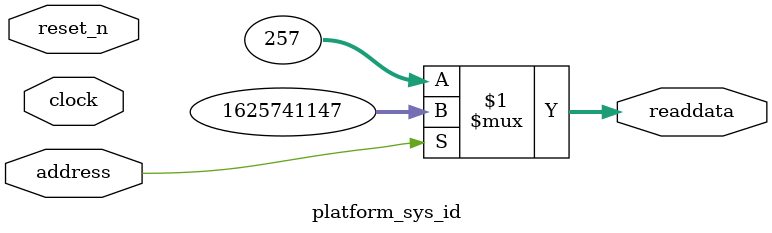
<source format=v>



// synthesis translate_off
`timescale 1ns / 1ps
// synthesis translate_on

// turn off superfluous verilog processor warnings 
// altera message_level Level1 
// altera message_off 10034 10035 10036 10037 10230 10240 10030 

module platform_sys_id (
               // inputs:
                address,
                clock,
                reset_n,

               // outputs:
                readdata
             )
;

  output  [ 31: 0] readdata;
  input            address;
  input            clock;
  input            reset_n;

  wire    [ 31: 0] readdata;
  //control_slave, which is an e_avalon_slave
  assign readdata = address ? 1625741147 : 257;

endmodule




</source>
